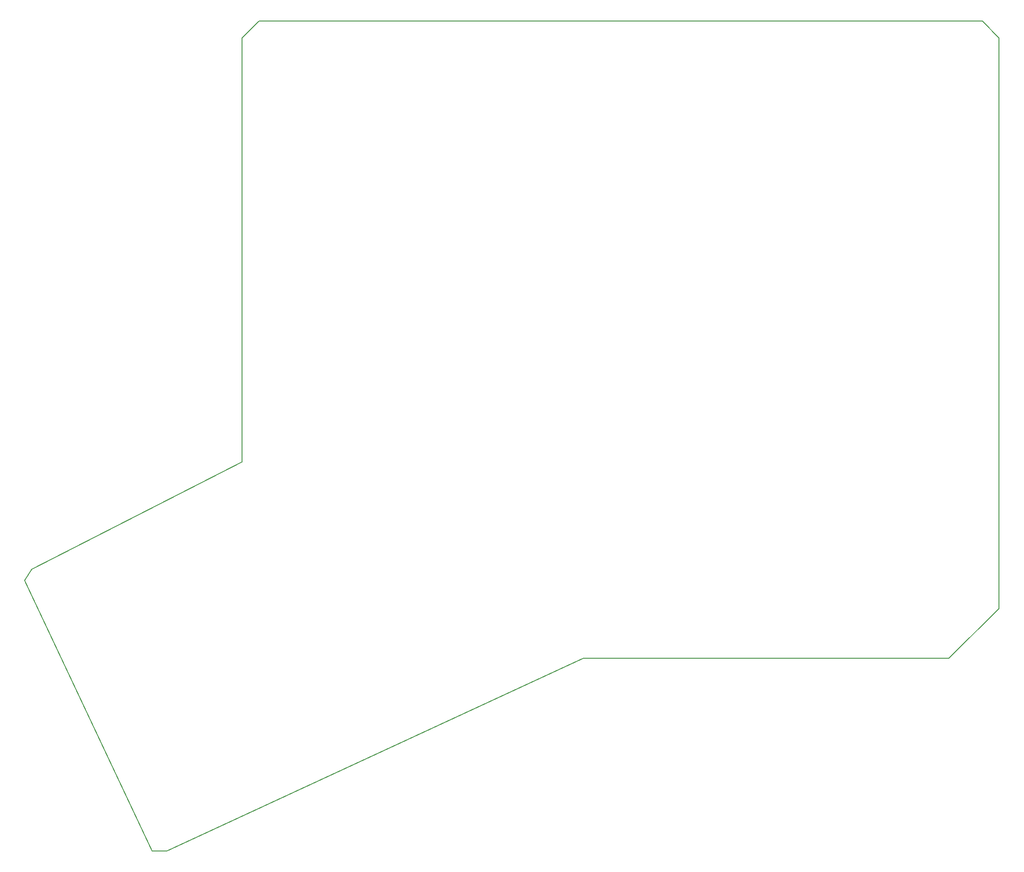
<source format=gbr>
G04 #@! TF.GenerationSoftware,KiCad,Pcbnew,5.1.10-88a1d61d58~90~ubuntu20.04.1*
G04 #@! TF.CreationDate,2021-08-21T17:45:45+03:00*
G04 #@! TF.ProjectId,ErgoDoxTW,4572676f-446f-4785-9457-2e6b69636164,rev?*
G04 #@! TF.SameCoordinates,Original*
G04 #@! TF.FileFunction,Other,ECO1*
%FSLAX46Y46*%
G04 Gerber Fmt 4.6, Leading zero omitted, Abs format (unit mm)*
G04 Created by KiCad (PCBNEW 5.1.10-88a1d61d58~90~ubuntu20.04.1) date 2021-08-21 17:45:45*
%MOMM*%
%LPD*%
G01*
G04 APERTURE LIST*
%ADD10C,0.150000*%
G04 APERTURE END LIST*
D10*
X21253580Y-138008859D02*
X45353580Y-189208859D01*
X22553580Y-135908859D02*
X21253580Y-138008859D01*
X62353580Y-115608859D02*
X22553580Y-135908859D01*
X62353580Y-35308859D02*
X62353580Y-115608859D01*
X65553580Y-32108859D02*
X62353580Y-35308859D01*
X202453580Y-32108859D02*
X65553580Y-32108859D01*
X205653580Y-35308859D02*
X202453580Y-32108859D01*
X205653580Y-143308859D02*
X205653580Y-35308859D01*
X196153580Y-152708859D02*
X205653580Y-143308859D01*
X126953580Y-152708859D02*
X196153580Y-152708859D01*
X48153580Y-189208859D02*
X126953580Y-152708859D01*
X45353580Y-189208859D02*
X48153580Y-189208859D01*
M02*

</source>
